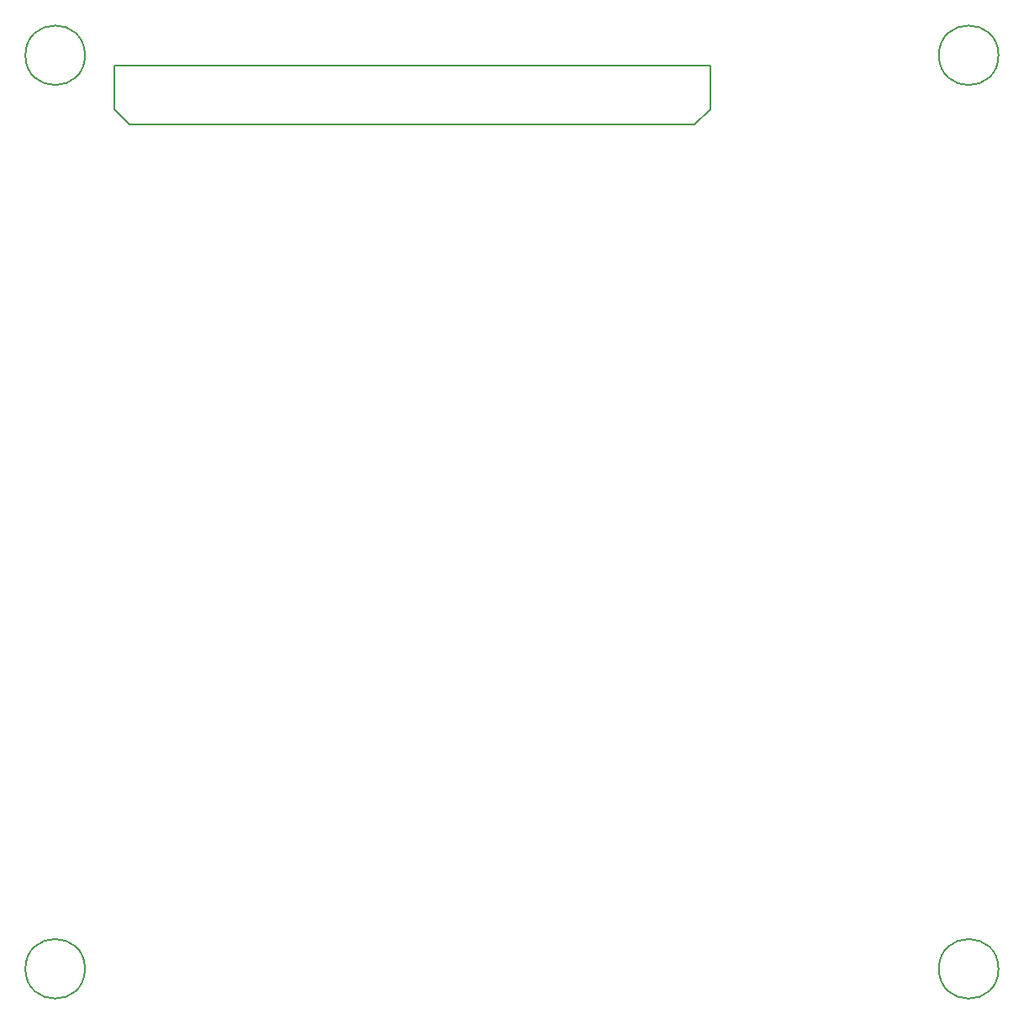
<source format=gbo>
G04 (created by PCBNEW (2013-05-09 BZR 4147)-testing) date 20/07/2013 09:35:41*
%MOIN*%
G04 Gerber Fmt 3.4, Leading zero omitted, Abs format*
%FSLAX34Y34*%
G01*
G70*
G90*
G04 APERTURE LIST*
%ADD10C,0.005906*%
%ADD11C,0.008000*%
G04 APERTURE END LIST*
G54D10*
G54D11*
X59036Y-19297D02*
X35412Y-19297D01*
X35412Y-19297D02*
X35412Y-21033D01*
X35412Y-21033D02*
X36026Y-21647D01*
X36026Y-21647D02*
X58422Y-21647D01*
X58422Y-21647D02*
X59036Y-21033D01*
X59036Y-21033D02*
X59036Y-19297D01*
X34251Y-18897D02*
G75*
G03X34251Y-18897I-1181J0D01*
G74*
G01*
X70471Y-18897D02*
G75*
G03X70471Y-18897I-1181J0D01*
G74*
G01*
X34251Y-55118D02*
G75*
G03X34251Y-55118I-1181J0D01*
G74*
G01*
X70471Y-55118D02*
G75*
G03X70471Y-55118I-1181J0D01*
G74*
G01*
M02*

</source>
